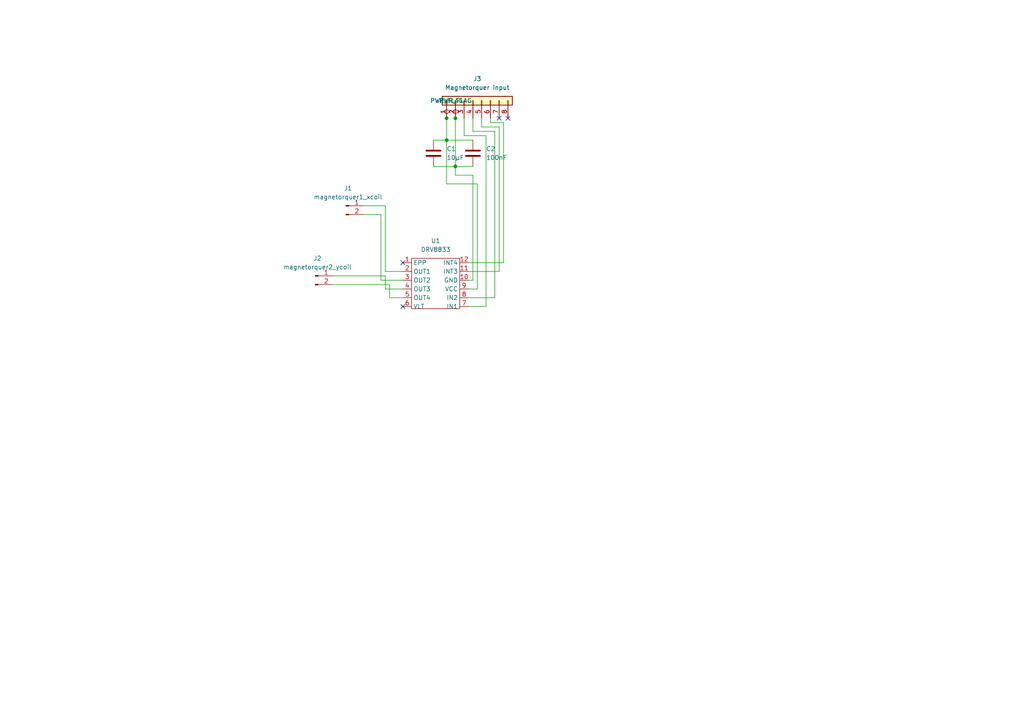
<source format=kicad_sch>
(kicad_sch (version 20250114) (generator "eeschema") (generator_version "9.0")
  (paper "A4")
  (lib_symbols
    (symbol "Connector:Conn_01x02_Pin" (pin_names (offset 1.016) (hide yes))
      (property "Reference" "J" (at 0 2.54 0))
      (property "Value" "Conn_01x02_Pin" (at 0 -5.08 0))
      (symbol "Conn_01x02_Pin_1_1"
        (rectangle (start 0.8636 0.127) (end 0 -0.127) (stroke (width 0.1524)) (fill (type outline)))
        (rectangle (start 0.8636 -2.413) (end 0 -2.667) (stroke (width 0.1524)) (fill (type outline)))
        (polyline (pts (xy 1.27 0) (xy 0.8636 0)) (stroke (width 0.1524)))
        (polyline (pts (xy 1.27 -2.54) (xy 0.8636 -2.54)) (stroke (width 0.1524)))
        (pin passive line (at 5.08 0 180) (length 3.81) (name "Pin_1") (number "1"))
        (pin passive line (at 5.08 -2.54 180) (length 3.81) (name "Pin_2") (number "2"))
      )
    )
    (symbol "Connector_Generic:Conn_01x08" (pin_names (offset 1.016) (hide yes))
      (property "Reference" "J" (at 0 10.16 0))
      (property "Value" "Conn_01x08" (at 0 -12.7 0))
      (symbol "Conn_01x08_1_1"
        (rectangle (start -1.27 8.89) (end 1.27 -11.43) (stroke (width 0.254)) (fill (type background)))
        (rectangle (start -1.27 7.747) (end 0 7.493) (stroke (width 0.1524)))
        (rectangle (start -1.27 5.207) (end 0 4.953) (stroke (width 0.1524)))
        (rectangle (start -1.27 2.667) (end 0 2.413) (stroke (width 0.1524)))
        (rectangle (start -1.27 0.127) (end 0 -0.127) (stroke (width 0.1524)))
        (rectangle (start -1.27 -2.413) (end 0 -2.667) (stroke (width 0.1524)))
        (rectangle (start -1.27 -4.953) (end 0 -5.207) (stroke (width 0.1524)))
        (rectangle (start -1.27 -7.493) (end 0 -7.747) (stroke (width 0.1524)))
        (rectangle (start -1.27 -10.033) (end 0 -10.287) (stroke (width 0.1524)))
        (pin passive line (at -5.08 7.62 0) (length 3.81) (name "Pin_1") (number "1"))
        (pin passive line (at -5.08 5.08 0) (length 3.81) (name "Pin_2") (number "2"))
        (pin passive line (at -5.08 2.54 0) (length 3.81) (name "Pin_3") (number "3"))
        (pin passive line (at -5.08 0 0) (length 3.81) (name "Pin_4") (number "4"))
        (pin passive line (at -5.08 -2.54 0) (length 3.81) (name "Pin_5") (number "5"))
        (pin passive line (at -5.08 -5.08 0) (length 3.81) (name "Pin_6") (number "6"))
        (pin passive line (at -5.08 -7.62 0) (length 3.81) (name "Pin_7") (number "7"))
        (pin passive line (at -5.08 -10.16 0) (length 3.81) (name "Pin_8") (number "8"))
      )
    )
    (symbol "DRV8833:DRV8833_MODULE"
      (property "Reference" "U" (at -0.508 0.254 0))
      (symbol "DRV8833_MODULE_0_1"
        (rectangle (start -7.62 7.62) (end 6.35 -6.985))
      )
      (symbol "DRV8833_MODULE_1_1"
        (pin output line (at -10.16 6.35 0) (length 2.54) (name "EPP") (number "1"))
        (pin output line (at -10.16 3.81 0) (length 2.54) (name "OUT1") (number "2"))
        (pin output line (at -10.16 1.27 0) (length 2.54) (name "OUT2") (number "3"))
        (pin output line (at -10.16 -1.27 0) (length 2.54) (name "OUT3") (number "4"))
        (pin output line (at -10.16 -3.81 0) (length 2.54) (name "OUT4") (number "5"))
        (pin bidirectional line (at -10.16 -6.35 0) (length 2.54) (name "VLT") (number "6"))
        (pin bidirectional line (at 8.89 6.35 180) (length 2.54) (name "INT4") (number "12"))
        (pin bidirectional line (at 8.89 3.81 180) (length 2.54) (name "INT3") (number "11"))
        (pin passive line (at 8.89 1.27 180) (length 2.54) (name "GND") (number "10"))
        (pin passive line (at 8.89 -1.27 180) (length 2.54) (name "VCC") (number "9"))
        (pin bidirectional line (at 8.89 -3.81 180) (length 2.54) (name "IN2") (number "8"))
        (pin bidirectional line (at 8.89 -6.35 180) (length 2.54) (name "IN1") (number "7"))
      )
    )
    (symbol "Device:C" (pin_numbers (hide yes)) (pin_names (offset 0.254))
      (property "Reference" "C" (at 0.635 2.54 0))
      (property "Value" "C" (at 0.635 -2.54 0))
      (symbol "C_0_1"
        (polyline (pts (xy -2.032 0.762) (xy 2.032 0.762)) (stroke (width 0.508)))
        (polyline (pts (xy -2.032 -0.762) (xy 2.032 -0.762)) (stroke (width 0.508)))
      )
      (symbol "C_1_1"
        (pin passive line (at 0 3.81 270) (length 2.794) (name "~") (number "1"))
        (pin passive line (at 0 -3.81 90) (length 2.794) (name "~") (number "2"))
      )
    )
    (symbol "power:PWR_FLAG" (power) (pin_numbers (hide yes)) (pin_names (offset 0) (hide yes))
      (property "Value" "PWR_FLAG" (at 0 3.81 0))
      (symbol "PWR_FLAG_0_0"
        (pin power_out line (at 0 0 90) (length 0) (name "~") (number "1"))
      )
      (symbol "PWR_FLAG_0_1"
        (polyline (pts (xy 0 0) (xy 0 1.27) (xy -1.016 1.905) (xy 0 2.54) (xy 1.016 1.905) (xy 0 1.27)))
      )
    )
  )
  (junction (at 129.54 40.64))
  (junction (at 132.08 34.29))
  (junction (at 132.08 48.26))
  (junction (at 129.54 34.29))
  (no_connect (at 144.78 34.29))
  (no_connect (at 116.84 76.2))
  (no_connect (at 116.84 88.9))
  (no_connect (at 147.32 34.29))
  (wire (pts (xy 129.54 34.29) (xy 129.54 40.64)))
  (wire (pts (xy 142.24 35.56) (xy 146.05 35.56)))
  (wire (pts (xy 111.76 78.74) (xy 116.84 78.74)))
  (wire (pts (xy 105.41 59.69) (xy 111.76 59.69)))
  (wire (pts (xy 146.05 76.2) (xy 135.89 76.2)))
  (wire (pts (xy 144.78 36.83) (xy 144.78 78.74)))
  (wire (pts (xy 105.41 62.23) (xy 110.49 62.23)))
  (wire (pts (xy 137.16 38.1) (xy 143.51 38.1)))
  (wire (pts (xy 137.16 81.28) (xy 137.16 50.8)))
  (wire (pts (xy 134.62 34.29) (xy 134.62 39.37)))
  (wire (pts (xy 138.43 83.82) (xy 138.43 53.34)))
  (wire (pts (xy 140.97 39.37) (xy 140.97 88.9)))
  (wire (pts (xy 138.43 53.34) (xy 129.54 53.34)))
  (wire (pts (xy 110.49 81.28) (xy 116.84 81.28)))
  (wire (pts (xy 132.08 48.26) (xy 137.16 48.26)))
  (wire (pts (xy 143.51 86.36) (xy 135.89 86.36)))
  (wire (pts (xy 129.54 40.64) (xy 125.73 40.64)))
  (wire (pts (xy 139.7 36.83) (xy 144.78 36.83)))
  (wire (pts (xy 142.24 34.29) (xy 142.24 35.56)))
  (wire (pts (xy 113.03 82.55) (xy 113.03 86.36)))
  (wire (pts (xy 143.51 38.1) (xy 143.51 86.36)))
  (wire (pts (xy 129.54 40.64) (xy 137.16 40.64)))
  (wire (pts (xy 144.78 78.74) (xy 135.89 78.74)))
  (wire (pts (xy 137.16 34.29) (xy 137.16 38.1)))
  (wire (pts (xy 132.08 34.29) (xy 132.08 48.26)))
  (wire (pts (xy 134.62 39.37) (xy 140.97 39.37)))
  (wire (pts (xy 146.05 35.56) (xy 146.05 76.2)))
  (wire (pts (xy 111.76 59.69) (xy 111.76 78.74)))
  (wire (pts (xy 111.76 83.82) (xy 116.84 83.82)))
  (wire (pts (xy 110.49 62.23) (xy 110.49 81.28)))
  (wire (pts (xy 139.7 34.29) (xy 139.7 36.83)))
  (wire (pts (xy 96.52 82.55) (xy 113.03 82.55)))
  (wire (pts (xy 137.16 50.8) (xy 132.08 50.8)))
  (wire (pts (xy 111.76 80.01) (xy 111.76 83.82)))
  (wire (pts (xy 113.03 86.36) (xy 116.84 86.36)))
  (wire (pts (xy 96.52 80.01) (xy 111.76 80.01)))
  (wire (pts (xy 129.54 53.34) (xy 129.54 40.64)))
  (wire (pts (xy 132.08 50.8) (xy 132.08 48.26)))
  (wire (pts (xy 135.89 81.28) (xy 137.16 81.28)))
  (wire (pts (xy 135.89 83.82) (xy 138.43 83.82)))
  (wire (pts (xy 125.73 48.26) (xy 132.08 48.26)))
  (wire (pts (xy 140.97 88.9) (xy 135.89 88.9)))
  (symbol (lib_id "Connector:Conn_01x02_Pin") (at 100.33 59.69 0) (unit 1)
    (property "Reference" "J1" (at 100.965 54.61 0))
    (property "Value" "magnetorquer1_xcoil" (at 100.965 57.15 0))
    (property "Footprint" "magnetorquer:magnetorquer module" (effects (hide yes)))
    (property "Description" "Generic connector, single row, 01x02, script generated" (effects (hide yes)))
  )
  (symbol (lib_id "power:PWR_FLAG") (at 129.54 34.29 0) (unit 1)
    (property "Reference" "#FLG01" (effects (hide yes)))
    (property "Value" "PWR_FLAG" (at 129.54 29.21 0))
    (property "Description" "Special symbol for telling ERC where power comes from" (effects (hide yes)))
  )
  (symbol (lib_id "power:PWR_FLAG") (at 132.08 34.29 0) (unit 1)
    (property "Reference" "#FLG02" (effects (hide yes)))
    (property "Value" "PWR_FLAG" (at 132.08 29.21 0))
    (property "Description" "Special symbol for telling ERC where power comes from" (effects (hide yes)))
  )
  (symbol (lib_id "DRV8833:DRV8833_MODULE") (at 127 82.55 0) (unit 1)
    (property "Reference" "U1" (at 126.365 69.85 0))
    (property "Value" "DRV8833" (at 126.365 72.39 0))
    (property "Footprint" "magnetorquer:DRV8833_MODULE" (effects (hide yes)))
  )
  (symbol (lib_id "Device:C") (at 125.73 44.45 0) (unit 1)
    (property "Reference" "C1" (at 129.54 43.1799 0) (effects (justify left)))
    (property "Value" "10µF" (at 129.54 45.7199 0) (effects (justify left)))
    (property "Footprint" "Capacitor_THT:C_Disc_D5.0mm_W2.5mm_P5.00mm" (effects (hide yes)))
    (property "Description" "Unpolarized capacitor" (effects (hide yes)))
  )
  (symbol (lib_id "Connector_Generic:Conn_01x08") (at 137.16 29.21 90) (unit 1)
    (property "Reference" "J3" (at 138.43 22.86 90))
    (property "Value" "Magnetorquer input" (at 138.43 25.4 90))
    (property "Footprint" "Connector_JST:JST_XH_B8B-XH-A_1x08_P2.50mm_Vertical" (effects (hide yes)))
    (property "Description" "Generic connector, single row, 01x08, script generated (kicad-library-utils/schlib/autogen/connector/)" (effects (hide yes)))
  )
  (symbol (lib_id "Device:C") (at 137.16 44.45 0) (unit 1)
    (property "Reference" "C2" (at 140.97 43.1799 0) (effects (justify left)))
    (property "Value" "100nF" (at 140.97 45.7199 0) (effects (justify left)))
    (property "Footprint" "Capacitor_THT:CP_Radial_D6.3mm_P2.50mm" (effects (hide yes)))
    (property "Description" "Unpolarized capacitor" (effects (hide yes)))
  )
  (symbol (lib_id "Connector:Conn_01x02_Pin") (at 91.44 80.01 0) (unit 1)
    (property "Reference" "J2" (at 92.075 74.93 0))
    (property "Value" "magnetorquer2_ycoil" (at 92.075 77.47 0))
    (property "Footprint" "magnetorquer:magnetorquer module" (effects (hide yes)))
    (property "Description" "Generic connector, single row, 01x02, script generated" (effects (hide yes)))
  )
)
</source>
